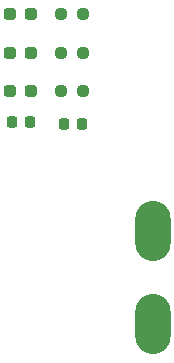
<source format=gtp>
G04 #@! TF.GenerationSoftware,KiCad,Pcbnew,7.0.7*
G04 #@! TF.CreationDate,2024-03-26T15:42:10-05:00*
G04 #@! TF.ProjectId,Hardware_2024,48617264-7761-4726-955f-323032342e6b,rev?*
G04 #@! TF.SameCoordinates,Original*
G04 #@! TF.FileFunction,Paste,Top*
G04 #@! TF.FilePolarity,Positive*
%FSLAX46Y46*%
G04 Gerber Fmt 4.6, Leading zero omitted, Abs format (unit mm)*
G04 Created by KiCad (PCBNEW 7.0.7) date 2024-03-26 15:42:10*
%MOMM*%
%LPD*%
G01*
G04 APERTURE LIST*
G04 Aperture macros list*
%AMRoundRect*
0 Rectangle with rounded corners*
0 $1 Rounding radius*
0 $2 $3 $4 $5 $6 $7 $8 $9 X,Y pos of 4 corners*
0 Add a 4 corners polygon primitive as box body*
4,1,4,$2,$3,$4,$5,$6,$7,$8,$9,$2,$3,0*
0 Add four circle primitives for the rounded corners*
1,1,$1+$1,$2,$3*
1,1,$1+$1,$4,$5*
1,1,$1+$1,$6,$7*
1,1,$1+$1,$8,$9*
0 Add four rect primitives between the rounded corners*
20,1,$1+$1,$2,$3,$4,$5,0*
20,1,$1+$1,$4,$5,$6,$7,0*
20,1,$1+$1,$6,$7,$8,$9,0*
20,1,$1+$1,$8,$9,$2,$3,0*%
G04 Aperture macros list end*
%ADD10RoundRect,0.225000X0.225000X0.250000X-0.225000X0.250000X-0.225000X-0.250000X0.225000X-0.250000X0*%
%ADD11RoundRect,0.237500X-0.287500X-0.237500X0.287500X-0.237500X0.287500X0.237500X-0.287500X0.237500X0*%
%ADD12RoundRect,0.237500X0.250000X0.237500X-0.250000X0.237500X-0.250000X-0.237500X0.250000X-0.237500X0*%
%ADD13O,3.000000X5.100000*%
G04 APERTURE END LIST*
D10*
X116985500Y-81978000D03*
X115435500Y-81978000D03*
D11*
X115330000Y-79311000D03*
X117080000Y-79311000D03*
X115330000Y-76073000D03*
X117080000Y-76073000D03*
D12*
X121462500Y-72771000D03*
X119637500Y-72771000D03*
X121462500Y-76073000D03*
X119637500Y-76073000D03*
X121462500Y-79311000D03*
X119637500Y-79311000D03*
D10*
X121430500Y-82105000D03*
X119880500Y-82105000D03*
D11*
X115330000Y-72771000D03*
X117080000Y-72771000D03*
D13*
X127381000Y-91186000D03*
X127381000Y-99060000D03*
M02*

</source>
